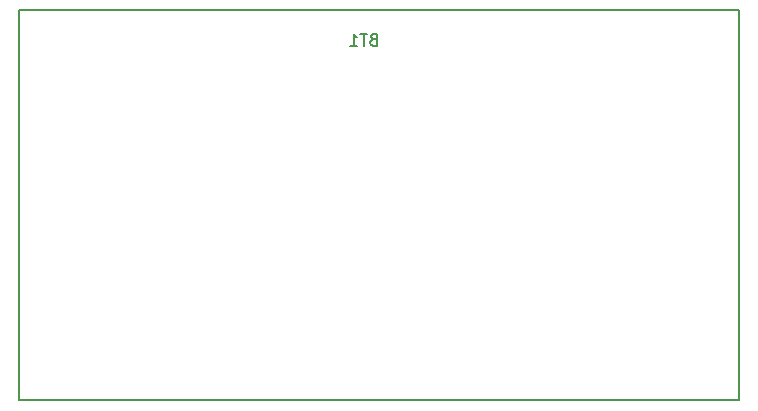
<source format=gbr>
G04 #@! TF.FileFunction,Legend,Bot*
%FSLAX46Y46*%
G04 Gerber Fmt 4.6, Leading zero omitted, Abs format (unit mm)*
G04 Created by KiCad (PCBNEW 4.0.2-stable) date 12/05/2016 07:44:13*
%MOMM*%
G01*
G04 APERTURE LIST*
%ADD10C,0.100000*%
%ADD11C,0.150000*%
G04 APERTURE END LIST*
D10*
D11*
X113030000Y-93980000D02*
X113030000Y-110490000D01*
X113030000Y-110490000D02*
X173990000Y-110490000D01*
X173990000Y-110490000D02*
X173990000Y-77470000D01*
X173990000Y-77470000D02*
X113030000Y-77470000D01*
X113030000Y-77470000D02*
X113030000Y-93980000D01*
X143025714Y-79938571D02*
X142882857Y-79986190D01*
X142835238Y-80033810D01*
X142787619Y-80129048D01*
X142787619Y-80271905D01*
X142835238Y-80367143D01*
X142882857Y-80414762D01*
X142978095Y-80462381D01*
X143359048Y-80462381D01*
X143359048Y-79462381D01*
X143025714Y-79462381D01*
X142930476Y-79510000D01*
X142882857Y-79557619D01*
X142835238Y-79652857D01*
X142835238Y-79748095D01*
X142882857Y-79843333D01*
X142930476Y-79890952D01*
X143025714Y-79938571D01*
X143359048Y-79938571D01*
X142501905Y-79462381D02*
X141930476Y-79462381D01*
X142216191Y-80462381D02*
X142216191Y-79462381D01*
X141073333Y-80462381D02*
X141644762Y-80462381D01*
X141359048Y-80462381D02*
X141359048Y-79462381D01*
X141454286Y-79605238D01*
X141549524Y-79700476D01*
X141644762Y-79748095D01*
M02*

</source>
